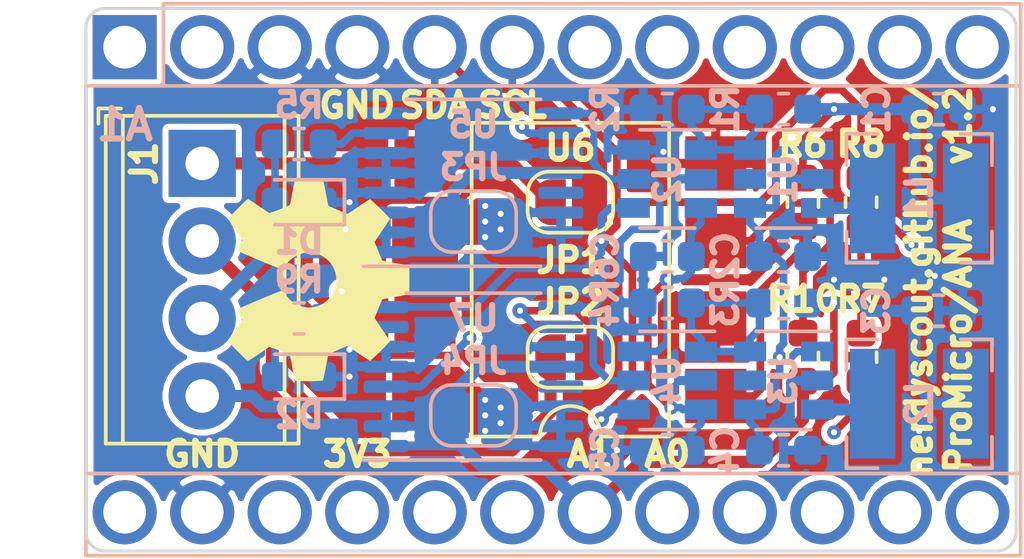
<source format=kicad_pcb>
(kicad_pcb (version 20171130) (host pcbnew 5.1.5)
  (title_block (title ANA) (date 2021-02-21) (rev v1.2) (company nerdyscout))
  (layers (0 F.Cu mixed) (1 In1.Cu signal) (2 In2.Cu signal) (31 B.Cu mixed) (34 B.Paste user) (35 F.Paste user) (36 B.SilkS user hide) (37 F.SilkS user hide) (38 B.Mask user) (39 F.Mask user) (44 Edge.Cuts user))
  (net 0 "")
  (net 1 GND)
  (net 2 "Net-(J1-Pad1)")
  (net 3 A1)
  (net 4 A0)
  (net 5 "Net-(D1-Pad2)")
  (net 6 "Net-(D2-Pad2)")
  (net 7 "Net-(L1-Pad2)")
  (net 8 "Net-(L2-Pad2)")
  (net 9 "Net-(JP3-Pad2)")
  (net 10 "Net-(JP4-Pad2)")
  (net 11 "Net-(R1-Pad1)")
  (net 12 "Net-(R3-Pad1)")
  (net 13 SDA)
  (net 14 SCL)
  (net 15 "Net-(C2-Pad1)")
  (net 16 "Net-(R5-Pad2)")
  (net 17 "Net-(R6-Pad1)")
  (net 18 "Net-(R9-Pad2)")
  (net 19 "Net-(R10-Pad1)")
  (net 20 VCC)
  (net 21 "Net-(A1-Pad1)")
  (net 22 "Net-(A1-Pad2)")
  (net 23 "Net-(A1-Pad13)")
  (net 24 "Net-(A1-Pad14)")
  (net 25 "Net-(A1-Pad15)")
  (net 26 "Net-(A1-Pad16)")
  (net 27 "Net-(A1-Pad7)")
  (net 28 "Net-(A1-Pad8)")
  (net 29 "Net-(A1-Pad9)")
  (net 30 "Net-(A1-Pad19)")
  (net 31 "Net-(A1-Pad10)")
  (net 32 "Net-(A1-Pad20)")
  (net 33 "Net-(A1-Pad11)")
  (net 34 "Net-(A1-Pad12)")
  (net 35 "Net-(A1-Pad22)")
  (net 36 "Net-(A1-Pad24)")
  (net 37 "Net-(U1-Pad5)")
  (net 38 "Net-(U3-Pad5)")
  (net 39 "Net-(U5-Pad13)")
  (net 40 "Net-(U7-Pad13)")
  (module Resistor_SMD:R_0603_1608Metric (layer F.Cu) (at 106.68 81.28 270)
    (fp_text reference R8 (at -1.905 0) (layer F.SilkS) (effects (font (size 0.8 0.8) (thickness 0.2))))
    (fp_text value 4k7)
    (pad 2 smd roundrect (at 0.7875 0 270) (size 0.875 0.95) (layers F.Cu F.Paste F.Mask) (net 20 VCC))
    (pad 1 smd roundrect (at -0.7875 0 270) (size 0.875 0.95) (layers F.Cu F.Paste F.Mask) (net 13 SDA))
  )
  (module Resistor_SMD:R_0603_1608Metric (layer F.Cu) (at 106.68 86.36 90)
    (fp_text reference R7 (at 1.905 0) (layer F.SilkS) (effects (font (size 0.8 0.8) (thickness 0.2))))
    (fp_text value 4k7)
    (pad 2 smd roundrect (at 0.7875 0 90) (size 0.875 0.95) (layers F.Cu F.Paste F.Mask) (net 20 VCC))
    (pad 1 smd roundrect (at -0.7875 0 90) (size 0.875 0.95) (layers F.Cu F.Paste F.Mask) (net 14 SCL))
  )
  (module Jumper:SolderJumper-2_P1.3mm_Open_RoundedPad1.0x1.5mm (layer B.Cu) (at 93.98 88.265)
    (fp_text reference JP4 (at 0 -1.778) (layer B.SilkS) (effects (font (size 0.8 0.8) (thickness 0.2)) (justify mirror)))
    (fp_text value SolderJumper_2_Open)
    (pad 2 smd custom (at 0.65 0) (size 1 0.5) (layers B.Cu B.Mask) (net 10 "Net-(JP4-Pad2)") (options (clearance outline) (anchor rect)) (primitives (gr_circle (center 0 -0.25) (end 0.5 -0.25) (width 0)) (gr_circle (center 0 0.25) (end 0.5 0.25) (width 0)) (gr_poly (pts (xy 0 0.75) (xy -0.5 0.75) (xy -0.5 -0.75) (xy 0 -0.75)) (width 0))))
    (pad 1 smd custom (at -0.65 0) (size 1 0.5) (layers B.Cu B.Mask) (net 3 A1) (options (clearance outline) (anchor rect)) (primitives (gr_circle (center 0 -0.25) (end 0.5 -0.25) (width 0)) (gr_circle (center 0 0.25) (end 0.5 0.25) (width 0)) (gr_poly (pts (xy 0 0.75) (xy 0.5 0.75) (xy 0.5 -0.75) (xy 0 -0.75)) (width 0))))
  )
  (module Jumper:SolderJumper-2_P1.3mm_Open_RoundedPad1.0x1.5mm (layer B.Cu) (at 93.98 81.915)
    (fp_text reference JP3 (at 0 -1.778) (layer B.SilkS) (effects (font (size 0.8 0.8) (thickness 0.2)) (justify mirror)))
    (fp_text value SolderJumper_2_Open)
    (pad 2 smd custom (at 0.65 0) (size 1 0.5) (layers B.Cu B.Mask) (net 9 "Net-(JP3-Pad2)") (options (clearance outline) (anchor rect)) (primitives (gr_circle (center 0 -0.25) (end 0.5 -0.25) (width 0)) (gr_circle (center 0 0.25) (end 0.5 0.25) (width 0)) (gr_poly (pts (xy 0 0.75) (xy -0.5 0.75) (xy -0.5 -0.75) (xy 0 -0.75)) (width 0))))
    (pad 1 smd custom (at -0.65 0) (size 1 0.5) (layers B.Cu B.Mask) (net 4 A0) (options (clearance outline) (anchor rect)) (primitives (gr_circle (center 0 -0.25) (end 0.5 -0.25) (width 0)) (gr_circle (center 0 0.25) (end 0.5 0.25) (width 0)) (gr_poly (pts (xy 0 0.75) (xy 0.5 0.75) (xy 0.5 -0.75) (xy 0 -0.75)) (width 0))))
  )
  (module Jumper:SolderJumper-2_P1.3mm_Open_RoundedPad1.0x1.5mm (layer F.Cu) (at 97.155 86.36)
    (fp_text reference JP2 (at 0 -1.8) (layer F.SilkS) (effects (font (size 0.8 0.8) (thickness 0.2))))
    (fp_text value SolderJumper_2_Open)
    (pad 2 smd custom (at 0.65 0) (size 1 0.5) (layers F.Cu F.Mask) (net 20 VCC) (options (clearance outline) (anchor rect)) (primitives (gr_circle (center 0 0.25) (end 0.5 0.25) (width 0)) (gr_circle (center 0 -0.25) (end 0.5 -0.25) (width 0)) (gr_poly (pts (xy 0 -0.75) (xy -0.5 -0.75) (xy -0.5 0.75) (xy 0 0.75)) (width 0))))
    (pad 1 smd custom (at -0.65 0) (size 1 0.5) (layers F.Cu F.Mask) (net 15 "Net-(C2-Pad1)") (options (clearance outline) (anchor rect)) (primitives (gr_circle (center 0 0.25) (end 0.5 0.25) (width 0)) (gr_circle (center 0 -0.25) (end 0.5 -0.25) (width 0)) (gr_poly (pts (xy 0 -0.75) (xy 0.5 -0.75) (xy 0.5 0.75) (xy 0 0.75)) (width 0))))
  )
  (module Jumper:SolderJumper-2_P1.3mm_Open_RoundedPad1.0x1.5mm (layer F.Cu) (at 97.155 81.28)
    (fp_text reference JP1 (at 0 1.905) (layer F.SilkS) (effects (font (size 0.8 0.8) (thickness 0.2))))
    (fp_text value SolderJumper_2_Open)
    (pad 2 smd custom (at 0.65 0) (size 1 0.5) (layers F.Cu F.Mask) (net 1 GND) (options (clearance outline) (anchor rect)) (primitives (gr_circle (center 0 0.25) (end 0.5 0.25) (width 0)) (gr_circle (center 0 -0.25) (end 0.5 -0.25) (width 0)) (gr_poly (pts (xy 0 -0.75) (xy -0.5 -0.75) (xy -0.5 0.75) (xy 0 0.75)) (width 0))))
    (pad 1 smd custom (at -0.65 0) (size 1 0.5) (layers F.Cu F.Mask) (net 2 "Net-(J1-Pad1)") (options (clearance outline) (anchor rect)) (primitives (gr_circle (center 0 0.25) (end 0.5 0.25) (width 0)) (gr_circle (center 0 -0.25) (end 0.5 -0.25) (width 0)) (gr_poly (pts (xy 0 -0.75) (xy 0.5 -0.75) (xy 0.5 0.75) (xy 0 0.75)) (width 0))))
  )
  (module Capacitor_SMD:C_0603_1608Metric (layer B.Cu) (at 100.33 89.408 180)
    (fp_text reference C5 (at 2.032 0 270) (layer B.SilkS) (effects (font (size 0.8 0.8) (thickness 0.2)) (justify mirror)))
    (fp_text value 100n)
    (pad 2 smd roundrect (at 0.7875 0 180) (size 0.875 0.95) (layers B.Cu B.Paste B.Mask) (net 1 GND))
    (pad 1 smd roundrect (at -0.7875 0 180) (size 0.875 0.95) (layers B.Cu B.Paste B.Mask) (net 20 VCC))
  )
  (module Symbol:OSHW-Symbol_6.7x6mm_SilkScreen (layer F.Cu) (at 88.9 83.82 270)
    (fp_text reference LOGO1 hide)
    (fp_text value Logo_Open_Hardware_Small hide)
  )
  (module Capacitor_SMD:C_0603_1608Metric (layer B.Cu) (at 100.33 83.058 180)
    (fp_text reference C6 (at 2.032 0 270) (layer B.SilkS) (effects (font (size 0.8 0.8) (thickness 0.2)) (justify mirror)))
    (fp_text value 100n)
    (pad 2 smd roundrect (at 0.7875 0 180) (size 0.875 0.95) (layers B.Cu B.Paste B.Mask) (net 1 GND))
    (pad 1 smd roundrect (at -0.7875 0 180) (size 0.875 0.95) (layers B.Cu B.Paste B.Mask) (net 20 VCC))
  )
  (module Module:Sparkfun_Pro_Micro (layer B.Cu) (at 82.55 76.2 270)
    (fp_text reference A1 (at 2.54 0) (layer B.SilkS) (effects (font (thickness 0.2)) (justify mirror)))
    (fp_text value Sparkfun_Pro_Micro)
    (pad 1 thru_hole rect (at 0 0 270) (size 2.1 2.1) (drill 1.4) (layers *.Cu *.Mask) (net 21 "Net-(A1-Pad1)"))
    (pad 2 thru_hole circle (at 0 -2.54 270) (size 2.1 2.1) (drill 1.4) (layers *.Cu *.Mask) (net 22 "Net-(A1-Pad2)"))
    (pad 3 thru_hole circle (at 0 -5.08 270) (size 2.1 2.1) (drill 1.4) (layers *.Cu *.Mask) (net 1 GND))
    (pad 13 thru_hole circle (at 15.24 -27.94 270) (size 2.1 2.1) (drill 1.4) (layers *.Cu *.Mask) (net 23 "Net-(A1-Pad13)"))
    (pad 4 thru_hole circle (at 0 -7.62 270) (size 2.1 2.1) (drill 1.4) (layers *.Cu *.Mask) (net 1 GND))
    (pad 14 thru_hole circle (at 15.24 -25.4 270) (size 2.1 2.1) (drill 1.4) (layers *.Cu *.Mask) (net 24 "Net-(A1-Pad14)"))
    (pad 5 thru_hole circle (at 0 -10.16 270) (size 2.1 2.1) (drill 1.4) (layers *.Cu *.Mask) (net 13 SDA))
    (pad 15 thru_hole circle (at 15.24 -22.86 270) (size 2.1 2.1) (drill 1.4) (layers *.Cu *.Mask) (net 25 "Net-(A1-Pad15)"))
    (pad 6 thru_hole circle (at 0 -12.7 270) (size 2.1 2.1) (drill 1.4) (layers *.Cu *.Mask) (net 14 SCL))
    (pad 16 thru_hole circle (at 15.24 -20.32 270) (size 2.1 2.1) (drill 1.4) (layers *.Cu *.Mask) (net 26 "Net-(A1-Pad16)"))
    (pad 7 thru_hole circle (at 0 -15.24 270) (size 2.1 2.1) (drill 1.4) (layers *.Cu *.Mask) (net 27 "Net-(A1-Pad7)"))
    (pad 17 thru_hole circle (at 15.24 -17.78 270) (size 2.1 2.1) (drill 1.4) (layers *.Cu *.Mask) (net 4 A0))
    (pad 8 thru_hole circle (at 0 -17.78 270) (size 2.1 2.1) (drill 1.4) (layers *.Cu *.Mask) (net 28 "Net-(A1-Pad8)"))
    (pad 18 thru_hole circle (at 15.24 -15.24 270) (size 2.1 2.1) (drill 1.4) (layers *.Cu *.Mask) (net 3 A1))
    (pad 9 thru_hole circle (at 0 -20.32 270) (size 2.1 2.1) (drill 1.4) (layers *.Cu *.Mask) (net 29 "Net-(A1-Pad9)"))
    (pad 19 thru_hole circle (at 15.24 -12.7 270) (size 2.1 2.1) (drill 1.4) (layers *.Cu *.Mask) (net 30 "Net-(A1-Pad19)"))
    (pad 10 thru_hole circle (at 0 -22.86 270) (size 2.1 2.1) (drill 1.4) (layers *.Cu *.Mask) (net 31 "Net-(A1-Pad10)"))
    (pad 20 thru_hole circle (at 15.24 -10.16 270) (size 2.1 2.1) (drill 1.4) (layers *.Cu *.Mask) (net 32 "Net-(A1-Pad20)"))
    (pad 11 thru_hole circle (at 0 -25.4 270) (size 2.1 2.1) (drill 1.4) (layers *.Cu *.Mask) (net 33 "Net-(A1-Pad11)"))
    (pad 21 thru_hole circle (at 15.24 -7.62 270) (size 2.1 2.1) (drill 1.4) (layers *.Cu *.Mask) (net 20 VCC))
    (pad 12 thru_hole circle (at 0 -27.94 270) (size 2.1 2.1) (drill 1.4) (layers *.Cu *.Mask) (net 34 "Net-(A1-Pad12)"))
    (pad 22 thru_hole circle (at 15.24 -5.08 270) (size 2.1 2.1) (drill 1.4) (layers *.Cu *.Mask) (net 35 "Net-(A1-Pad22)"))
    (pad 23 thru_hole circle (at 15.24 -2.54 270) (size 2.1 2.1) (drill 1.4) (layers *.Cu *.Mask) (net 1 GND))
    (pad 24 thru_hole circle (at 15.24 0 270) (size 2.1 2.1) (drill 1.4) (layers *.Cu *.Mask) (net 36 "Net-(A1-Pad24)"))
  )
  (module Inductor_SMD:L_Bourns-SRN4018 (layer B.Cu) (at 108.585 87.884 180)
    (fp_text reference L2 (at 0 0 90) (layer B.SilkS) (effects (font (size 0.8 0.8) (thickness 0.2)) (justify mirror)))
    (fp_text value 2.2µ)
    (pad 2 smd rect (at 1.525 0 180) (size 1.5 3.6) (layers B.Cu B.Paste B.Mask) (net 8 "Net-(L2-Pad2)"))
    (pad 1 smd rect (at -1.525 0 180) (size 1.5 3.6) (layers B.Cu B.Paste B.Mask) (net 3 A1))
  )
  (module Inductor_SMD:L_Bourns-SRN4018 (layer B.Cu) (at 108.585 81.153 180)
    (fp_text reference L1 (at 0 0 270) (layer B.SilkS) (effects (font (size 0.8 0.8) (thickness 0.2)) (justify mirror)))
    (fp_text value 2.2µ)
    (pad 2 smd rect (at 1.525 0 180) (size 1.5 3.6) (layers B.Cu B.Paste B.Mask) (net 7 "Net-(L1-Pad2)"))
    (pad 1 smd rect (at -1.525 0 180) (size 1.5 3.6) (layers B.Cu B.Paste B.Mask) (net 4 A0))
  )
  (module Capacitor_SMD:C_0603_1608Metric (layer B.Cu) (at 104.14 89.408)
    (fp_text reference C4 (at -1.905 0 90) (layer B.SilkS) (effects (font (size 0.8 0.8) (thickness 0.2)) (justify mirror)))
    (fp_text value 4.7µ)
    (pad 2 smd roundrect (at 0.7875 0) (size 0.875 0.95) (layers B.Cu B.Paste B.Mask) (net 1 GND))
    (pad 1 smd roundrect (at -0.7875 0) (size 0.875 0.95) (layers B.Cu B.Paste B.Mask) (net 15 "Net-(C2-Pad1)"))
  )
  (module Capacitor_SMD:C_0603_1608Metric (layer B.Cu) (at 104.14 83.058)
    (fp_text reference C2 (at -1.905 0 270) (layer B.SilkS) (effects (font (size 0.8 0.8) (thickness 0.2)) (justify mirror)))
    (fp_text value 4.7µ)
    (pad 2 smd roundrect (at 0.7875 0) (size 0.875 0.95) (layers B.Cu B.Paste B.Mask) (net 1 GND))
    (pad 1 smd roundrect (at -0.7875 0) (size 0.875 0.95) (layers B.Cu B.Paste B.Mask) (net 15 "Net-(C2-Pad1)"))
  )
  (module Capacitor_SMD:C_0603_1608Metric (layer B.Cu) (at 109.22 84.836)
    (fp_text reference C3 (at -2.032 0 270) (layer B.SilkS) (effects (font (size 0.8 0.8) (thickness 0.2)) (justify mirror)))
    (fp_text value 10µ)
    (pad 2 smd roundrect (at 0.7875 0) (size 0.875 0.95) (layers B.Cu B.Paste B.Mask) (net 1 GND))
    (pad 1 smd roundrect (at -0.7875 0) (size 0.875 0.95) (layers B.Cu B.Paste B.Mask) (net 3 A1))
  )
  (module Capacitor_SMD:C_0603_1608Metric (layer B.Cu) (at 109.22 78.232)
    (fp_text reference C1 (at -2.032 0 270) (layer B.SilkS) (effects (font (size 0.8 0.8) (thickness 0.2)) (justify mirror)))
    (fp_text value 10µ)
    (pad 2 smd roundrect (at 0.7875 0) (size 0.875 0.95) (layers B.Cu B.Paste B.Mask) (net 1 GND))
    (pad 1 smd roundrect (at -0.7875 0) (size 0.875 0.95) (layers B.Cu B.Paste B.Mask) (net 4 A0))
  )
  (module Package_TO_SOT_SMD:SOT-23-6 (layer B.Cu) (at 100.33 87.122 180)
    (fp_text reference U4 (at 0 0 270) (layer B.SilkS) (effects (font (size 0.8 0.8) (thickness 0.2)) (justify mirror)))
    (fp_text value MCP4725xxx-xCH hide)
    (pad 5 smd rect (at 1.1 0 180) (size 1.06 0.65) (layers B.Cu B.Paste B.Mask) (net 14 SCL))
    (pad 6 smd rect (at 1.1 0.95 180) (size 1.06 0.65) (layers B.Cu B.Paste B.Mask) (net 20 VCC))
    (pad 4 smd rect (at 1.1 -0.95 180) (size 1.06 0.65) (layers B.Cu B.Paste B.Mask) (net 13 SDA))
    (pad 3 smd rect (at -1.1 -0.95 180) (size 1.06 0.65) (layers B.Cu B.Paste B.Mask) (net 20 VCC))
    (pad 2 smd rect (at -1.1 0 180) (size 1.06 0.65) (layers B.Cu B.Paste B.Mask) (net 1 GND))
    (pad 1 smd rect (at -1.1 0.95 180) (size 1.06 0.65) (layers B.Cu B.Paste B.Mask) (net 12 "Net-(R3-Pad1)"))
  )
  (module Package_TO_SOT_SMD:SOT-23-6 (layer B.Cu) (at 100.33 80.518 180)
    (fp_text reference U2 (at 0 0 270) (layer B.SilkS) (effects (font (size 0.8 0.8) (thickness 0.2)) (justify mirror)))
    (fp_text value MCP4725xxx-xCH hide)
    (pad 5 smd rect (at 1.1 0 180) (size 1.06 0.65) (layers B.Cu B.Paste B.Mask) (net 14 SCL))
    (pad 6 smd rect (at 1.1 0.95 180) (size 1.06 0.65) (layers B.Cu B.Paste B.Mask) (net 1 GND))
    (pad 4 smd rect (at 1.1 -0.95 180) (size 1.06 0.65) (layers B.Cu B.Paste B.Mask) (net 13 SDA))
    (pad 3 smd rect (at -1.1 -0.95 180) (size 1.06 0.65) (layers B.Cu B.Paste B.Mask) (net 20 VCC))
    (pad 2 smd rect (at -1.1 0 180) (size 1.06 0.65) (layers B.Cu B.Paste B.Mask) (net 1 GND))
    (pad 1 smd rect (at -1.1 0.95 180) (size 1.06 0.65) (layers B.Cu B.Paste B.Mask) (net 11 "Net-(R1-Pad1)"))
  )
  (module Package_TO_SOT_SMD:SOT-23-6 (layer B.Cu) (at 104.14 87.122 180)
    (fp_text reference U3 (at 0 0 270) (layer B.SilkS) (effects (font (size 0.8 0.8) (thickness 0.2)) (justify mirror)))
    (fp_text value TLV62569DDC hide)
    (pad 5 smd rect (at 1.1 0 180) (size 1.06 0.65) (layers B.Cu B.Paste B.Mask) (net 38 "Net-(U3-Pad5)"))
    (pad 6 smd rect (at 1.1 0.95 180) (size 1.06 0.65) (layers B.Cu B.Paste B.Mask) (net 12 "Net-(R3-Pad1)"))
    (pad 4 smd rect (at 1.1 -0.95 180) (size 1.06 0.65) (layers B.Cu B.Paste B.Mask) (net 15 "Net-(C2-Pad1)"))
    (pad 3 smd rect (at -1.1 -0.95 180) (size 1.06 0.65) (layers B.Cu B.Paste B.Mask) (net 8 "Net-(L2-Pad2)"))
    (pad 2 smd rect (at -1.1 0 180) (size 1.06 0.65) (layers B.Cu B.Paste B.Mask) (net 1 GND))
    (pad 1 smd rect (at -1.1 0.95 180) (size 1.06 0.65) (layers B.Cu B.Paste B.Mask) (net 15 "Net-(C2-Pad1)"))
  )
  (module Package_TO_SOT_SMD:SOT-23-6 (layer B.Cu) (at 104.14 80.518 180)
    (fp_text reference U1 (at 0 0 270) (layer B.SilkS) (effects (font (size 0.8 0.8) (thickness 0.2)) (justify mirror)))
    (fp_text value TLV62569DDC hide)
    (pad 5 smd rect (at 1.1 0 180) (size 1.06 0.65) (layers B.Cu B.Paste B.Mask) (net 37 "Net-(U1-Pad5)"))
    (pad 6 smd rect (at 1.1 0.95 180) (size 1.06 0.65) (layers B.Cu B.Paste B.Mask) (net 11 "Net-(R1-Pad1)"))
    (pad 4 smd rect (at 1.1 -0.95 180) (size 1.06 0.65) (layers B.Cu B.Paste B.Mask) (net 15 "Net-(C2-Pad1)"))
    (pad 3 smd rect (at -1.1 -0.95 180) (size 1.06 0.65) (layers B.Cu B.Paste B.Mask) (net 7 "Net-(L1-Pad2)"))
    (pad 2 smd rect (at -1.1 0 180) (size 1.06 0.65) (layers B.Cu B.Paste B.Mask) (net 1 GND))
    (pad 1 smd rect (at -1.1 0.95 180) (size 1.06 0.65) (layers B.Cu B.Paste B.Mask) (net 15 "Net-(C2-Pad1)"))
  )
  (module Resistor_SMD:R_0603_1608Metric (layer B.Cu) (at 100.33 84.582)
    (fp_text reference R4 (at -2.032 0 90) (layer B.SilkS) (effects (font (size 0.8 0.8) (thickness 0.2)) (justify mirror)))
    (fp_text value 47k)
    (pad 2 smd roundrect (at 0.7875 0) (size 0.875 0.95) (layers B.Cu B.Paste B.Mask) (net 12 "Net-(R3-Pad1)"))
    (pad 1 smd roundrect (at -0.7875 0) (size 0.875 0.95) (layers B.Cu B.Paste B.Mask) (net 1 GND))
  )
  (module Resistor_SMD:R_0603_1608Metric (layer B.Cu) (at 104.14 84.582)
    (fp_text reference R3 (at -1.905 0 270) (layer B.SilkS) (effects (font (size 0.8 0.8) (thickness 0.2)) (justify mirror)))
    (fp_text value 200k)
    (pad 2 smd roundrect (at 0.7875 0) (size 0.875 0.95) (layers B.Cu B.Paste B.Mask) (net 3 A1))
    (pad 1 smd roundrect (at -0.7875 0) (size 0.875 0.95) (layers B.Cu B.Paste B.Mask) (net 12 "Net-(R3-Pad1)"))
  )
  (module Resistor_SMD:R_0603_1608Metric (layer B.Cu) (at 100.33 78.232)
    (fp_text reference R2 (at -2.032 0 270) (layer B.SilkS) (effects (font (size 0.8 0.8) (thickness 0.2)) (justify mirror)))
    (fp_text value 47k)
    (pad 2 smd roundrect (at 0.7875 0) (size 0.875 0.95) (layers B.Cu B.Paste B.Mask) (net 11 "Net-(R1-Pad1)"))
    (pad 1 smd roundrect (at -0.7875 0) (size 0.875 0.95) (layers B.Cu B.Paste B.Mask) (net 1 GND))
  )
  (module Resistor_SMD:R_0603_1608Metric (layer B.Cu) (at 104.14 78.232)
    (fp_text reference R1 (at -1.905 0 270) (layer B.SilkS) (effects (font (size 0.8 0.8) (thickness 0.2)) (justify mirror)))
    (fp_text value 200k)
    (pad 2 smd roundrect (at 0.7875 0) (size 0.875 0.95) (layers B.Cu B.Paste B.Mask) (net 4 A0))
    (pad 1 smd roundrect (at -0.7875 0) (size 0.875 0.95) (layers B.Cu B.Paste B.Mask) (net 11 "Net-(R1-Pad1)"))
  )
  (module LED_SMD:LED_0603_1608Metric (layer B.Cu) (at 88.265 86.995 180)
    (fp_text reference D2 (at 0 -1.27 180) (layer B.SilkS) (effects (font (size 0.8 0.8) (thickness 0.2)) (justify mirror)))
    (fp_text value LED)
    (pad 2 smd roundrect (at 0.7875 0 180) (size 0.875 0.95) (layers B.Cu B.Paste B.Mask) (net 6 "Net-(D2-Pad2)"))
    (pad 1 smd roundrect (at -0.7875 0 180) (size 0.875 0.95) (layers B.Cu B.Paste B.Mask) (net 1 GND))
  )
  (module LED_SMD:LED_0603_1608Metric (layer B.Cu) (at 88.265 81.28 180)
    (fp_text reference D1 (at 0 -1.27 180) (layer B.SilkS) (effects (font (size 0.8 0.8) (thickness 0.2)) (justify mirror)))
    (fp_text value LED)
    (pad 2 smd roundrect (at 0.7875 0 180) (size 0.875 0.95) (layers B.Cu B.Paste B.Mask) (net 5 "Net-(D1-Pad2)"))
    (pad 1 smd roundrect (at -0.7875 0 180) (size 0.875 0.95) (layers B.Cu B.Paste B.Mask) (net 1 GND))
  )
  (module Resistor_SMD:R_0603_1608Metric (layer B.Cu) (at 88.265 85.09)
    (fp_text reference R9 (at 0 -1.27 180) (layer B.SilkS) (effects (font (size 0.8 0.8) (thickness 0.2)) (justify mirror)))
    (fp_text value 220)
    (pad 2 smd roundrect (at 0.7875 0) (size 0.875 0.95) (layers B.Cu B.Paste B.Mask) (net 18 "Net-(R9-Pad2)"))
    (pad 1 smd roundrect (at -0.7875 0) (size 0.875 0.95) (layers B.Cu B.Paste B.Mask) (net 6 "Net-(D2-Pad2)"))
  )
  (module Resistor_SMD:R_0603_1608Metric (layer B.Cu) (at 88.265 79.375)
    (fp_text reference R5 (at 0 -1.27 180) (layer B.SilkS) (effects (font (size 0.8 0.8) (thickness 0.2)) (justify mirror)))
    (fp_text value 220)
    (pad 2 smd roundrect (at 0.7875 0) (size 0.875 0.95) (layers B.Cu B.Paste B.Mask) (net 16 "Net-(R5-Pad2)"))
    (pad 1 smd roundrect (at -0.7875 0) (size 0.875 0.95) (layers B.Cu B.Paste B.Mask) (net 5 "Net-(D1-Pad2)"))
  )
  (module Resistor_SMD:R_0603_1608Metric (layer F.Cu) (at 104.775 86.36 270)
    (fp_text reference R10 (at -1.905 0) (layer F.SilkS) (effects (font (size 0.8 0.8) (thickness 0.2))))
    (fp_text value 220)
    (pad 2 smd roundrect (at 0.7875 0 270) (size 0.875 0.95) (layers F.Cu F.Paste F.Mask) (net 3 A1))
    (pad 1 smd roundrect (at -0.7875 0 270) (size 0.875 0.95) (layers F.Cu F.Paste F.Mask) (net 19 "Net-(R10-Pad1)"))
  )
  (module Resistor_SMD:R_0603_1608Metric (layer F.Cu) (at 104.775 81.28 90)
    (fp_text reference R6 (at 1.905 0) (layer F.SilkS) (effects (font (size 0.8 0.8) (thickness 0.2))))
    (fp_text value 220)
    (pad 2 smd roundrect (at 0.7875 0 90) (size 0.875 0.95) (layers F.Cu F.Paste F.Mask) (net 4 A0))
    (pad 1 smd roundrect (at -0.7875 0 90) (size 0.875 0.95) (layers F.Cu F.Paste F.Mask) (net 17 "Net-(R6-Pad1)"))
  )
  (module TerminalBlock_Phoenix:TerminalBlock_Phoenix_MPT-0,5-4-2.54_1x04_P2.54mm_Horizontal (layer F.Cu) (at 85.09 80.01 270)
    (fp_text reference J1 (at 0 1.905 90) (layer F.SilkS) (effects (font (size 0.8 0.8) (thickness 0.2))))
    (fp_text value Conn_01x04 hide)
    (pad 4 thru_hole circle (at 7.62 0 270) (size 2.2 2.2) (drill 1.1) (layers *.Cu *.Mask) (net 3 A1))
    (pad 3 thru_hole circle (at 5.08 0 270) (size 2.2 2.2) (drill 1.1) (layers *.Cu *.Mask) (net 4 A0))
    (pad 2 thru_hole circle (at 2.54 0 270) (size 2.2 2.2) (drill 1.1) (layers *.Cu *.Mask) (net 15 "Net-(C2-Pad1)"))
    (pad 1 thru_hole rect (at 0 0 270) (size 2.2 2.2) (drill 1.1) (layers *.Cu *.Mask) (net 2 "Net-(J1-Pad1)"))
  )
  (module Package_SO:TSSOP-16_4.4x5mm_P0.65mm (layer B.Cu) (at 93.98 86.995)
    (fp_text reference U7 (at 0 -1.905 180) (layer B.SilkS) (effects (font (size 0.8 0.8) (thickness 0.2)) (justify mirror)))
    (fp_text value INA260)
    (pad 16 smd roundrect (at 2.8625 2.275) (size 1.475 0.4) (layers B.Cu B.Paste B.Mask) (net 10 "Net-(JP4-Pad2)"))
    (pad 15 smd roundrect (at 2.8625 1.625) (size 1.475 0.4) (layers B.Cu B.Paste B.Mask) (net 10 "Net-(JP4-Pad2)"))
    (pad 14 smd roundrect (at 2.8625 0.975) (size 1.475 0.4) (layers B.Cu B.Paste B.Mask) (net 10 "Net-(JP4-Pad2)"))
    (pad 13 smd roundrect (at 2.8625 0.325) (size 1.475 0.4) (layers B.Cu B.Paste B.Mask) (net 40 "Net-(U7-Pad13)"))
    (pad 12 smd roundrect (at 2.8625 -0.325) (size 1.475 0.4) (layers B.Cu B.Paste B.Mask) (net 3 A1))
    (pad 11 smd roundrect (at 2.8625 -0.975) (size 1.475 0.4) (layers B.Cu B.Paste B.Mask) (net 1 GND))
    (pad 10 smd roundrect (at 2.8625 -1.625) (size 1.475 0.4) (layers B.Cu B.Paste B.Mask) (net 20 VCC))
    (pad 9 smd roundrect (at 2.8625 -2.275) (size 1.475 0.4) (layers B.Cu B.Paste B.Mask) (net 14 SCL))
    (pad 8 smd roundrect (at -2.8625 -2.275) (size 1.475 0.4) (layers B.Cu B.Paste B.Mask) (net 13 SDA))
    (pad 7 smd roundrect (at -2.8625 -1.625) (size 1.475 0.4) (layers B.Cu B.Paste B.Mask) (net 18 "Net-(R9-Pad2)"))
    (pad 6 smd roundrect (at -2.8625 -0.975) (size 1.475 0.4) (layers B.Cu B.Paste B.Mask) (net 1 GND))
    (pad 5 smd roundrect (at -2.8625 -0.325) (size 1.475 0.4) (layers B.Cu B.Paste B.Mask) (net 1 GND))
    (pad 4 smd roundrect (at -2.8625 0.325) (size 1.475 0.4) (layers B.Cu B.Paste B.Mask) (net 20 VCC))
    (pad 3 smd roundrect (at -2.8625 0.975) (size 1.475 0.4) (layers B.Cu B.Paste B.Mask) (net 3 A1))
    (pad 2 smd roundrect (at -2.8625 1.625) (size 1.475 0.4) (layers B.Cu B.Paste B.Mask) (net 3 A1))
    (pad 1 smd roundrect (at -2.8625 2.275) (size 1.475 0.4) (layers B.Cu B.Paste B.Mask) (net 3 A1))
  )
  (module Package_SO:TSSOP-16_4.4x5mm_P0.65mm (layer B.Cu) (at 93.98 80.645)
    (fp_text reference U5 (at 0 -1.905 180) (layer B.SilkS) (effects (font (size 0.8 0.8) (thickness 0.2)) (justify mirror)))
    (fp_text value INA260)
    (pad 16 smd roundrect (at 2.8625 2.275) (size 1.475 0.4) (layers B.Cu B.Paste B.Mask) (net 9 "Net-(JP3-Pad2)"))
    (pad 15 smd roundrect (at 2.8625 1.625) (size 1.475 0.4) (layers B.Cu B.Paste B.Mask) (net 9 "Net-(JP3-Pad2)"))
    (pad 14 smd roundrect (at 2.8625 0.975) (size 1.475 0.4) (layers B.Cu B.Paste B.Mask) (net 9 "Net-(JP3-Pad2)"))
    (pad 13 smd roundrect (at 2.8625 0.325) (size 1.475 0.4) (layers B.Cu B.Paste B.Mask) (net 39 "Net-(U5-Pad13)"))
    (pad 12 smd roundrect (at 2.8625 -0.325) (size 1.475 0.4) (layers B.Cu B.Paste B.Mask) (net 4 A0))
    (pad 11 smd roundrect (at 2.8625 -0.975) (size 1.475 0.4) (layers B.Cu B.Paste B.Mask) (net 1 GND))
    (pad 10 smd roundrect (at 2.8625 -1.625) (size 1.475 0.4) (layers B.Cu B.Paste B.Mask) (net 20 VCC))
    (pad 9 smd roundrect (at 2.8625 -2.275) (size 1.475 0.4) (layers B.Cu B.Paste B.Mask) (net 14 SCL))
    (pad 8 smd roundrect (at -2.8625 -2.275) (size 1.475 0.4) (layers B.Cu B.Paste B.Mask) (net 13 SDA))
    (pad 7 smd roundrect (at -2.8625 -1.625) (size 1.475 0.4) (layers B.Cu B.Paste B.Mask) (net 16 "Net-(R5-Pad2)"))
    (pad 6 smd roundrect (at -2.8625 -0.975) (size 1.475 0.4) (layers B.Cu B.Paste B.Mask) (net 1 GND))
    (pad 5 smd roundrect (at -2.8625 -0.325) (size 1.475 0.4) (layers B.Cu B.Paste B.Mask) (net 1 GND))
    (pad 4 smd roundrect (at -2.8625 0.325) (size 1.475 0.4) (layers B.Cu B.Paste B.Mask) (net 1 GND))
    (pad 3 smd roundrect (at -2.8625 0.975) (size 1.475 0.4) (layers B.Cu B.Paste B.Mask) (net 4 A0))
    (pad 2 smd roundrect (at -2.8625 1.625) (size 1.475 0.4) (layers B.Cu B.Paste B.Mask) (net 4 A0))
    (pad 1 smd roundrect (at -2.8625 2.275) (size 1.475 0.4) (layers B.Cu B.Paste B.Mask) (net 4 A0))
  )
  (module Package_DIP:SMDIP-8_W9.53mm (layer F.Cu) (at 97.155 83.82 180)
    (fp_text reference U6 (at 0 4.318) (layer F.SilkS) (effects (font (size 0.8 0.8) (thickness 0.2))))
    (fp_text value LTV-827S)
    (pad 8 smd rect (at 4.765 -3.81 180) (size 2 1.78) (layers F.Cu F.Paste F.Mask) (net 10 "Net-(JP4-Pad2)"))
    (pad 4 smd rect (at -4.765 3.81 180) (size 2 1.78) (layers F.Cu F.Paste F.Mask) (net 1 GND))
    (pad 7 smd rect (at 4.765 -1.27 180) (size 2 1.78) (layers F.Cu F.Paste F.Mask) (net 2 "Net-(J1-Pad1)"))
    (pad 3 smd rect (at -4.765 1.27 180) (size 2 1.78) (layers F.Cu F.Paste F.Mask) (net 19 "Net-(R10-Pad1)"))
    (pad 6 smd rect (at 4.765 1.27 180) (size 2 1.78) (layers F.Cu F.Paste F.Mask) (net 9 "Net-(JP3-Pad2)"))
    (pad 2 smd rect (at -4.765 -1.27 180) (size 2 1.78) (layers F.Cu F.Paste F.Mask) (net 1 GND))
    (pad 5 smd rect (at 4.765 3.81 180) (size 2 1.78) (layers F.Cu F.Paste F.Mask) (net 2 "Net-(J1-Pad1)"))
    (pad 1 smd rect (at -4.765 -3.81 180) (size 2 1.78) (layers F.Cu F.Paste F.Mask) (net 17 "Net-(R6-Pad1)"))
  )
  (gr_text GND (at 85.09 89.535) (layer F.SilkS) (effects (font (size 0.8 0.8) (thickness 0.2))))
  (gr_text GND (at 90.17 78.105) (layer F.SilkS) (effects (font (size 0.8 0.8) (thickness 0.2))))
  (gr_text 3V3 (at 90.17 89.535) (layer F.SilkS) (effects (font (size 0.8 0.8) (thickness 0.2))))
  (gr_text A1 (at 97.79 89.535) (layer F.SilkS) (effects (font (size 0.8 0.8) (thickness 0.2))))
  (gr_text A0 (at 100.33 89.535) (layer F.SilkS) (effects (font (size 0.8 0.8) (thickness 0.2))))
  (gr_text SDA (at 92.71 78.105) (layer F.SilkS) (effects (font (size 0.8 0.8) (thickness 0.2))))
  (gr_text SCL (at 95.25 78.105) (layer F.SilkS) (effects (font (size 0.8 0.8) (thickness 0.2))))
  (gr_text "nerdyscout.github.io/\nProMicro/ANA   v1.2" (at 109.22 83.82 90) (layer F.SilkS) (effects (font (size 0.8 0.8) (thickness 0.2))))
  (gr_arc (start 81.915 75.565) (end 81.915 74.93) (angle -90) (layer Edge.Cuts) (width 0.1))
  (gr_arc (start 81.915 92.075) (end 81.28 92.075) (angle -90) (layer Edge.Cuts) (width 0.1))
  (gr_arc (start 111.125 92.075) (end 111.125 92.71) (angle -90) (layer Edge.Cuts) (width 0.1))
  (gr_arc (start 111.125 75.565) (end 111.76 75.565) (angle -90) (layer Edge.Cuts) (width 0.1))
  (gr_line (start 81.915 74.93) (end 111.125 74.93) (layer Edge.Cuts) (width 0.1))
  (gr_line (start 81.28 92.075) (end 81.28 75.565) (layer Edge.Cuts) (width 0.1))
  (gr_line (start 111.125 92.71) (end 81.915 92.71) (layer Edge.Cuts) (width 0.1))
  (gr_line (start 111.76 75.565) (end 111.76 92.075) (layer Edge.Cuts) (width 0.1))
  (via (at 89.916 86.995) (size 0.5) (drill 0.2) (layers F.Cu B.Cu) (net 1))
  (via (at 89.916 81.28) (size 0.45) (drill 0.2) (layers F.Cu B.Cu) (net 1))
  (via (at 98.679 89.408) (size 0.45) (drill 0.2) (layers F.Cu B.Cu) (net 1))
  (via (at 98.679 78.232) (size 0.45) (drill 0.2) (layers F.Cu B.Cu) (net 1))
  (via (at 100.203 79.629) (size 0.45) (drill 0.2) (layers F.Cu B.Cu) (net 1))
  (via (at 100.457 87.122) (size 0.45) (drill 0.2) (layers F.Cu B.Cu) (net 1))
  (via (at 89.916 86.106) (size 0.45) (drill 0.2) (layers F.Cu B.Cu) (net 1))
  (via (at 89.789 82.169) (size 0.45) (drill 0.2) (layers F.Cu B.Cu) (net 1))
  (via (at 105.791 83.82) (size 0.45) (drill 0.2) (layers F.Cu B.Cu) (net 1))
  (via (at 108.585 89.916) (size 0.5) (drill 0.2) (layers F.Cu B.Cu) (net 1))
  (via (at 108.585 88.773) (size 0.5) (drill 0.2) (layers F.Cu B.Cu) (net 1))
  (via (at 107.442 83.82) (size 0.5) (drill 0.2) (layers F.Cu B.Cu) (net 1))
  (via (at 109.093 83.693) (size 0.5) (drill 0.2) (layers F.Cu B.Cu) (net 1))
  (via (at 110.998 78.232) (size 0.5) (drill 0.2) (layers F.Cu B.Cu) (net 1))
  (segment (start 95.235 80.01) (end 96.505 81.28) (width 0.4) (layer F.Cu) (net 2))
  (segment (start 92.39 80.01) (end 95.235 80.01) (width 0.4) (layer F.Cu) (net 2))
  (segment (start 88.519 80.01) (end 92.39 80.01) (width 0.4) (layer F.Cu) (net 2))
  (segment (start 85.09 80.01) (end 88.519 80.01) (width 0.4) (layer F.Cu) (net 2))
  (segment (start 88.519 83.947) (end 88.519 80.01) (width 0.4) (layer F.Cu) (net 2))
  (segment (start 89.662 85.09) (end 88.519 83.947) (width 0.4) (layer F.Cu) (net 2))
  (segment (start 92.39 85.09) (end 89.662 85.09) (width 0.4) (layer F.Cu) (net 2))
  (segment (start 108.4325 85.311) (end 108.4325 84.836) (width 0.4) (layer B.Cu) (net 3))
  (segment (start 108.4325 87.2065) (end 108.4325 85.311) (width 0.4) (layer B.Cu) (net 3))
  (segment (start 109.11 87.884) (end 108.4325 87.2065) (width 0.4) (layer B.Cu) (net 3))
  (segment (start 110.11 87.884) (end 109.11 87.884) (width 0.4) (layer B.Cu) (net 3))
  (segment (start 86.741 87.63) (end 85.09 87.63) (width 0.4) (layer B.Cu) (net 3))
  (segment (start 87.081 87.97) (end 86.741 87.63) (width 0.4) (layer B.Cu) (net 3))
  (segment (start 91.1175 87.97) (end 87.081 87.97) (width 0.4) (layer B.Cu) (net 3))
  (segment (start 93.33 89.012592) (end 93.33 88.265) (width 0.4) (layer B.Cu) (net 3))
  (segment (start 97.79 91.44) (end 96.266 89.916) (width 0.4) (layer B.Cu) (net 3))
  (segment (start 96.266 89.916) (end 94.233408 89.916) (width 0.4) (layer B.Cu) (net 3))
  (segment (start 94.233408 89.916) (end 93.33 89.012592) (width 0.4) (layer B.Cu) (net 3))
  (segment (start 106.934 84.836) (end 108.4325 84.836) (width 0.4) (layer B.Cu) (net 3))
  (segment (start 106.68 84.582) (end 106.934 84.836) (width 0.4) (layer B.Cu) (net 3))
  (segment (start 105.791 84.582) (end 106.68 84.582) (width 0.4) (layer B.Cu) (net 3))
  (via (at 105.791 84.582) (size 0.5) (drill 0.2) (layers F.Cu B.Cu) (net 3))
  (segment (start 104.9275 84.582) (end 105.791 84.582) (width 0.4) (layer B.Cu) (net 3))
  (segment (start 105.791 86.868) (end 105.791 84.582) (width 0.25) (layer F.Cu) (net 3))
  (segment (start 105.5115 87.1475) (end 105.791 86.868) (width 0.25) (layer F.Cu) (net 3))
  (segment (start 104.775 87.1475) (end 105.5115 87.1475) (width 0.25) (layer F.Cu) (net 3))
  (segment (start 94.177408 86.67) (end 93.33 87.517408) (width 0.4) (layer B.Cu) (net 3))
  (segment (start 93.33 87.517408) (end 93.33 88.265) (width 0.4) (layer B.Cu) (net 3))
  (segment (start 96.8425 86.67) (end 94.177408 86.67) (width 0.4) (layer B.Cu) (net 3))
  (segment (start 99.441 89.789) (end 97.79 91.44) (width 0.4) (layer F.Cu) (net 3))
  (segment (start 103.378 89.789) (end 99.441 89.789) (width 0.4) (layer F.Cu) (net 3))
  (segment (start 104.775 88.392) (end 103.378 89.789) (width 0.4) (layer F.Cu) (net 3))
  (segment (start 104.775 87.1475) (end 104.775 88.392) (width 0.4) (layer F.Cu) (net 3))
  (segment (start 87.26 82.92) (end 85.09 85.09) (width 0.4) (layer B.Cu) (net 4))
  (segment (start 91.1175 82.92) (end 87.26 82.92) (width 0.4) (layer B.Cu) (net 4))
  (segment (start 108.4325 78.707) (end 108.4325 78.232) (width 0.4) (layer B.Cu) (net 4))
  (segment (start 110.11 81.153) (end 109.11 81.153) (width 0.4) (layer B.Cu) (net 4))
  (segment (start 109.11 81.153) (end 108.4325 80.4755) (width 0.4) (layer B.Cu) (net 4))
  (segment (start 108.4325 80.4755) (end 108.4325 78.707) (width 0.4) (layer B.Cu) (net 4))
  (segment (start 93.33 80.914) (end 93.33 81.915) (width 0.4) (layer B.Cu) (net 4))
  (segment (start 96.8425 80.32) (end 93.924 80.32) (width 0.4) (layer B.Cu) (net 4))
  (segment (start 93.924 80.32) (end 93.33 80.914) (width 0.4) (layer B.Cu) (net 4))
  (via (at 105.791 78.232) (size 0.45) (drill 0.2) (layers F.Cu B.Cu) (net 4))
  (segment (start 105.791 78.232) (end 108.4325 78.232) (width 0.4) (layer B.Cu) (net 4))
  (segment (start 104.775 80.4925) (end 104.775 79.248) (width 0.25) (layer F.Cu) (net 4))
  (segment (start 104.775 79.248) (end 105.791 78.232) (width 0.25) (layer F.Cu) (net 4))
  (segment (start 104.9275 78.232) (end 105.791 78.232) (width 0.4) (layer B.Cu) (net 4))
  (segment (start 87.4775 79.375) (end 87.4775 81.28) (width 0.25) (layer B.Cu) (net 5))
  (segment (start 87.4775 85.09) (end 87.4775 86.995) (width 0.25) (layer B.Cu) (net 6))
  (segment (start 106.745 81.468) (end 107.06 81.153) (width 0.25) (layer B.Cu) (net 7))
  (segment (start 105.24 81.468) (end 106.745 81.468) (width 0.4) (layer B.Cu) (net 7))
  (segment (start 106.872 88.072) (end 107.06 87.884) (width 0.4) (layer B.Cu) (net 8))
  (segment (start 105.24 88.072) (end 106.872 88.072) (width 0.4) (layer B.Cu) (net 8))
  (via (at 94.869 81.661) (size 0.45) (drill 0.2) (layers F.Cu B.Cu) (net 9))
  (via (at 94.869 82.169) (size 0.45) (drill 0.2) (layers F.Cu B.Cu) (net 9))
  (via (at 94.361 82.423) (size 0.45) (drill 0.2) (layers F.Cu B.Cu) (net 9))
  (via (at 94.361 81.915) (size 0.45) (drill 0.2) (layers F.Cu B.Cu) (net 9))
  (via (at 94.361 81.407) (size 0.45) (drill 0.2) (layers F.Cu B.Cu) (net 9))
  (via (at 94.869 88.519) (size 0.45) (drill 0.2) (layers F.Cu B.Cu) (net 10))
  (via (at 94.869 88.011) (size 0.45) (drill 0.2) (layers F.Cu B.Cu) (net 10))
  (via (at 94.361 88.773) (size 0.45) (drill 0.2) (layers F.Cu B.Cu) (net 10))
  (via (at 94.361 88.265) (size 0.45) (drill 0.2) (layers F.Cu B.Cu) (net 10))
  (via (at 94.361 87.757) (size 0.45) (drill 0.2) (layers F.Cu B.Cu) (net 10))
  (segment (start 101.1175 78.232) (end 103.3525 78.232) (width 0.25) (layer B.Cu) (net 11))
  (segment (start 101.1175 78.791) (end 101.1175 78.232) (width 0.25) (layer B.Cu) (net 11))
  (segment (start 101.43 79.1035) (end 101.1175 78.791) (width 0.25) (layer B.Cu) (net 11))
  (segment (start 101.43 79.568) (end 101.43 79.1035) (width 0.25) (layer B.Cu) (net 11))
  (segment (start 103.3525 78.829) (end 103.3525 78.232) (width 0.25) (layer B.Cu) (net 11))
  (segment (start 103.04 79.1415) (end 103.3525 78.829) (width 0.25) (layer B.Cu) (net 11))
  (segment (start 103.04 79.568) (end 103.04 79.1415) (width 0.25) (layer B.Cu) (net 11))
  (segment (start 101.43 79.568) (end 103.04 79.568) (width 0.25) (layer B.Cu) (net 11))
  (segment (start 101.1175 84.582) (end 103.3525 84.582) (width 0.25) (layer B.Cu) (net 12))
  (segment (start 101.43 86.172) (end 103.04 86.172) (width 0.25) (layer B.Cu) (net 12))
  (segment (start 101.43 85.7455) (end 101.1175 85.433) (width 0.25) (layer B.Cu) (net 12))
  (segment (start 101.43 86.172) (end 101.43 85.7455) (width 0.25) (layer B.Cu) (net 12))
  (segment (start 103.04 86.172) (end 103.04 85.7455) (width 0.25) (layer B.Cu) (net 12))
  (segment (start 103.04 85.7455) (end 103.3525 85.433) (width 0.25) (layer B.Cu) (net 12))
  (segment (start 103.3525 85.433) (end 103.3525 84.582) (width 0.25) (layer B.Cu) (net 12))
  (segment (start 101.1175 85.433) (end 101.1175 84.582) (width 0.25) (layer B.Cu) (net 12))
  (via (at 89.662 84.201) (size 0.45) (drill 0.2) (layers F.Cu B.Cu) (net 13))
  (segment (start 89.886999 84.425999) (end 89.662 84.201) (width 0.25) (layer B.Cu) (net 13))
  (segment (start 90.181 84.72) (end 89.886999 84.425999) (width 0.25) (layer B.Cu) (net 13))
  (segment (start 91.1175 84.72) (end 90.181 84.72) (width 0.25) (layer B.Cu) (net 13))
  (via (at 98.171 88.392) (size 0.5) (drill 0.2) (layers F.Cu B.Cu) (net 13))
  (segment (start 99.23 88.072) (end 98.45 88.072) (width 0.25) (layer B.Cu) (net 13))
  (segment (start 98.45 88.072) (end 98.171 88.351) (width 0.25) (layer B.Cu) (net 13))
  (segment (start 98.171 88.351) (end 98.171 88.392) (width 0.25) (layer B.Cu) (net 13))
  (segment (start 98.171 81.747) (end 98.171 82.55) (width 0.25) (layer B.Cu) (net 13))
  (segment (start 99.23 81.468) (end 98.45 81.468) (width 0.25) (layer B.Cu) (net 13))
  (segment (start 98.45 81.468) (end 98.171 81.747) (width 0.25) (layer B.Cu) (net 13))
  (via (at 98.171 82.55) (size 0.5) (drill 0.2) (layers F.Cu B.Cu) (net 13))
  (segment (start 98.171 82.903553) (end 98.171 82.55) (width 0.25) (layer B.Cu) (net 13))
  (segment (start 97.656048 83.44501) (end 98.171 82.930058) (width 0.25) (layer B.Cu) (net 13))
  (segment (start 98.171 82.930058) (end 98.171 82.903553) (width 0.25) (layer B.Cu) (net 13))
  (segment (start 95.24399 83.44501) (end 97.656048 83.44501) (width 0.25) (layer B.Cu) (net 13))
  (segment (start 93.98 84.709) (end 95.24399 83.44501) (width 0.25) (layer B.Cu) (net 13))
  (segment (start 91.1285 84.709) (end 93.98 84.709) (width 0.25) (layer B.Cu) (net 13))
  (segment (start 91.1175 84.72) (end 91.1285 84.709) (width 0.25) (layer B.Cu) (net 13))
  (segment (start 92.71 76.2) (end 92.71 77.724) (width 0.25) (layer B.Cu) (net 13))
  (segment (start 92.064 78.37) (end 91.1175 78.37) (width 0.25) (layer B.Cu) (net 13))
  (segment (start 92.71 77.724) (end 92.064 78.37) (width 0.25) (layer B.Cu) (net 13))
  (segment (start 98.679 82.042) (end 98.171 82.55) (width 0.25) (layer F.Cu) (net 13))
  (segment (start 96.625001 77.575001) (end 98.679 79.629) (width 0.25) (layer F.Cu) (net 13))
  (segment (start 94.085001 77.575001) (end 96.625001 77.575001) (width 0.25) (layer F.Cu) (net 13))
  (segment (start 92.71 76.2) (end 94.085001 77.575001) (width 0.25) (layer F.Cu) (net 13))
  (segment (start 98.420999 82.799999) (end 98.171 82.55) (width 0.25) (layer F.Cu) (net 13))
  (segment (start 99.187 83.566) (end 98.420999 82.799999) (width 0.25) (layer F.Cu) (net 13))
  (segment (start 99.187 87.376) (end 99.187 83.566) (width 0.25) (layer F.Cu) (net 13))
  (segment (start 98.171 88.392) (end 99.187 87.376) (width 0.25) (layer F.Cu) (net 13))
  (segment (start 98.679 81.407) (end 98.679 82.042) (width 0.25) (layer F.Cu) (net 13))
  (segment (start 98.679 79.629) (end 98.679 81.407) (width 0.25) (layer F.Cu) (net 13))
  (segment (start 98.679 81.28) (end 98.679 81.407) (width 0.25) (layer F.Cu) (net 13))
  (segment (start 103.378 81.28) (end 98.679 81.28) (width 0.25) (layer F.Cu) (net 13))
  (segment (start 103.886 80.772) (end 103.378 81.28) (width 0.25) (layer F.Cu) (net 13))
  (segment (start 103.886 79.1845) (end 103.886 80.772) (width 0.25) (layer F.Cu) (net 13))
  (segment (start 106.045 77.597) (end 105.4735 77.597) (width 0.25) (layer F.Cu) (net 13))
  (segment (start 105.4735 77.597) (end 103.886 79.1845) (width 0.25) (layer F.Cu) (net 13))
  (segment (start 106.68 78.232) (end 106.045 77.597) (width 0.25) (layer F.Cu) (net 13))
  (segment (start 106.68 80.4925) (end 106.68 78.232) (width 0.25) (layer F.Cu) (net 13))
  (segment (start 97.89401 84.72) (end 96.8425 84.72) (width 0.25) (layer B.Cu) (net 14))
  (segment (start 97.90501 84.709) (end 97.89401 84.72) (width 0.25) (layer B.Cu) (net 14))
  (segment (start 95.25 77.724) (end 95.25 76.2) (width 0.25) (layer B.Cu) (net 14))
  (segment (start 95.896 78.37) (end 95.25 77.724) (width 0.25) (layer B.Cu) (net 14))
  (segment (start 96.8425 78.37) (end 95.896 78.37) (width 0.25) (layer B.Cu) (net 14))
  (segment (start 100.085001 80.781001) (end 99.822 80.518) (width 0.25) (layer B.Cu) (net 14))
  (segment (start 100.085001 82.053001) (end 100.085001 80.781001) (width 0.25) (layer B.Cu) (net 14))
  (segment (start 99.187506 82.169) (end 99.969002 82.169) (width 0.25) (layer B.Cu) (net 14))
  (segment (start 99.822 80.518) (end 99.23 80.518) (width 0.25) (layer B.Cu) (net 14))
  (segment (start 98.77999 82.576516) (end 99.187506 82.169) (width 0.25) (layer B.Cu) (net 14))
  (segment (start 99.969002 82.169) (end 100.085001 82.053001) (width 0.25) (layer B.Cu) (net 14))
  (segment (start 98.77999 83.83402) (end 98.77999 82.576516) (width 0.25) (layer B.Cu) (net 14))
  (segment (start 97.89401 84.72) (end 98.77999 83.83402) (width 0.25) (layer B.Cu) (net 14))
  (segment (start 97.90501 85.093952) (end 97.89401 85.082952) (width 0.25) (layer B.Cu) (net 14))
  (segment (start 97.90501 86.60201) (end 97.90501 85.093952) (width 0.25) (layer B.Cu) (net 14))
  (segment (start 98.425 87.122) (end 97.90501 86.60201) (width 0.25) (layer B.Cu) (net 14))
  (segment (start 97.89401 85.082952) (end 97.89401 84.72) (width 0.25) (layer B.Cu) (net 14))
  (segment (start 99.23 87.122) (end 98.425 87.122) (width 0.25) (layer B.Cu) (net 14))
  (segment (start 97.801 78.37) (end 96.8425 78.37) (width 0.25) (layer B.Cu) (net 14))
  (segment (start 97.917 78.486) (end 97.801 78.37) (width 0.25) (layer B.Cu) (net 14))
  (segment (start 97.917 80.01) (end 97.917 78.486) (width 0.25) (layer B.Cu) (net 14))
  (segment (start 98.425 80.518) (end 97.917 80.01) (width 0.25) (layer B.Cu) (net 14))
  (segment (start 99.23 80.518) (end 98.425 80.518) (width 0.25) (layer B.Cu) (net 14))
  (via (at 105.793699 88.821341) (size 0.45) (drill 0.2) (layers F.Cu B.Cu) (net 14))
  (segment (start 106.68 87.93504) (end 105.793699 88.821341) (width 0.25) (layer F.Cu) (net 14))
  (segment (start 106.68 87.1475) (end 106.68 87.93504) (width 0.25) (layer F.Cu) (net 14))
  (segment (start 103.3525 88.811) (end 103.3525 89.408) (width 0.25) (layer B.Cu) (net 15))
  (segment (start 103.04 88.4985) (end 103.3525 88.811) (width 0.25) (layer B.Cu) (net 15))
  (segment (start 103.04 88.072) (end 103.04 88.4985) (width 0.25) (layer B.Cu) (net 15))
  (segment (start 103.82 81.468) (end 103.04 81.468) (width 0.25) (layer B.Cu) (net 15))
  (segment (start 103.895001 79.746999) (end 103.895001 81.392999) (width 0.25) (layer B.Cu) (net 15))
  (segment (start 103.895001 81.392999) (end 103.82 81.468) (width 0.25) (layer B.Cu) (net 15))
  (segment (start 104.074 79.568) (end 103.895001 79.746999) (width 0.25) (layer B.Cu) (net 15))
  (segment (start 105.24 79.568) (end 104.074 79.568) (width 0.25) (layer B.Cu) (net 15))
  (segment (start 103.3525 82.804) (end 103.3525 83.4135) (width 0.25) (layer B.Cu) (net 15))
  (segment (start 103.04 81.958) (end 103.04 81.468) (width 0.25) (layer B.Cu) (net 15))
  (segment (start 103.3525 82.2705) (end 103.04 81.958) (width 0.25) (layer B.Cu) (net 15))
  (segment (start 103.3525 83.058) (end 103.3525 82.2705) (width 0.25) (layer B.Cu) (net 15))
  (segment (start 96.505 88.153) (end 96.505 86.36) (width 0.4) (layer F.Cu) (net 15))
  (segment (start 95.25 89.408) (end 96.505 88.153) (width 0.4) (layer F.Cu) (net 15))
  (segment (start 90.043 89.408) (end 95.25 89.408) (width 0.4) (layer F.Cu) (net 15))
  (segment (start 87.376 84.836) (end 87.376 86.741) (width 0.4) (layer F.Cu) (net 15))
  (segment (start 87.376 86.741) (end 90.043 89.408) (width 0.4) (layer F.Cu) (net 15))
  (segment (start 85.09 82.55) (end 87.376 84.836) (width 0.4) (layer F.Cu) (net 15))
  (via (at 104.013 86.36) (size 0.45) (drill 0.2) (layers F.Cu B.Cu) (net 15))
  (segment (start 103.886 83.058) (end 103.3525 83.058) (width 0.25) (layer B.Cu) (net 15))
  (segment (start 104.14 85.914802) (end 104.14 83.312) (width 0.25) (layer B.Cu) (net 15))
  (segment (start 104.013 86.041802) (end 104.14 85.914802) (width 0.25) (layer B.Cu) (net 15))
  (segment (start 104.14 83.312) (end 103.886 83.058) (width 0.25) (layer B.Cu) (net 15))
  (segment (start 104.013 86.36) (end 104.013 86.041802) (width 0.25) (layer B.Cu) (net 15))
  (segment (start 104.394 86.36) (end 104.013 86.36) (width 0.25) (layer B.Cu) (net 15))
  (segment (start 104.582 86.172) (end 104.394 86.36) (width 0.25) (layer B.Cu) (net 15))
  (segment (start 105.24 86.172) (end 104.582 86.172) (width 0.25) (layer B.Cu) (net 15))
  (segment (start 103.82 88.072) (end 103.04 88.072) (width 0.25) (layer B.Cu) (net 15))
  (segment (start 103.82 88.072) (end 103.895001 87.996999) (width 0.25) (layer B.Cu) (net 15))
  (segment (start 103.895001 87.996999) (end 103.895001 86.985999) (width 0.25) (layer B.Cu) (net 15))
  (segment (start 103.895001 86.985999) (end 104.013 86.868) (width 0.25) (layer B.Cu) (net 15))
  (segment (start 104.013 86.36) (end 104.013 86.868) (width 0.25) (layer B.Cu) (net 15))
  (segment (start 90.017 79.02) (end 89.662 79.375) (width 0.25) (layer B.Cu) (net 16))
  (segment (start 91.1175 79.02) (end 90.017 79.02) (width 0.25) (layer B.Cu) (net 16))
  (segment (start 89.0525 79.375) (end 89.662 79.375) (width 0.25) (layer B.Cu) (net 16))
  (segment (start 103.378 84.201) (end 104.775 82.804) (width 0.25) (layer F.Cu) (net 17))
  (segment (start 103.378 87.422) (end 103.378 84.201) (width 0.25) (layer F.Cu) (net 17))
  (segment (start 104.775 82.804) (end 104.775 82.0675) (width 0.25) (layer F.Cu) (net 17))
  (segment (start 103.17 87.63) (end 103.378 87.422) (width 0.25) (layer F.Cu) (net 17))
  (segment (start 101.92 87.63) (end 103.17 87.63) (width 0.25) (layer F.Cu) (net 17))
  (segment (start 89.942 85.37) (end 91.1175 85.37) (width 0.25) (layer B.Cu) (net 18))
  (segment (start 89.662 85.09) (end 89.942 85.37) (width 0.25) (layer B.Cu) (net 18))
  (segment (start 89.0525 85.09) (end 89.662 85.09) (width 0.25) (layer B.Cu) (net 18))
  (segment (start 103.048506 82.55) (end 101.92 82.55) (width 0.25) (layer F.Cu) (net 19))
  (segment (start 104.293516 81.30499) (end 103.048506 82.55) (width 0.25) (layer F.Cu) (net 19))
  (segment (start 105.30799 81.30499) (end 104.293516 81.30499) (width 0.25) (layer F.Cu) (net 19))
  (segment (start 105.664 81.661) (end 105.30799 81.30499) (width 0.25) (layer F.Cu) (net 19))
  (segment (start 105.664 82.677) (end 105.664 81.661) (width 0.25) (layer F.Cu) (net 19))
  (segment (start 104.775 83.566) (end 105.664 82.677) (width 0.25) (layer F.Cu) (net 19))
  (segment (start 104.775 85.5725) (end 104.775 83.566) (width 0.25) (layer F.Cu) (net 19))
  (via (at 100.457 88.011) (size 0.45) (drill 0.2) (layers F.Cu B.Cu) (net 20))
  (segment (start 106.68 85.5725) (end 106.68 82.0675) (width 0.25) (layer F.Cu) (net 20))
  (segment (start 101.43 81.958) (end 101.1175 82.2705) (width 0.25) (layer B.Cu) (net 20))
  (segment (start 101.43 81.468) (end 101.43 81.958) (width 0.25) (layer B.Cu) (net 20))
  (segment (start 101.1175 88.849) (end 101.1175 89.408) (width 0.25) (layer B.Cu) (net 20))
  (segment (start 101.43 88.5365) (end 101.1175 88.849) (width 0.25) (layer B.Cu) (net 20))
  (segment (start 101.43 88.072) (end 101.43 88.5365) (width 0.25) (layer B.Cu) (net 20))
  (segment (start 100.8355 88.072) (end 100.7745 88.011) (width 0.25) (layer B.Cu) (net 20))
  (segment (start 101.43 88.072) (end 100.8355 88.072) (width 0.25) (layer B.Cu) (net 20))
  (segment (start 100.457 88.011) (end 100.7745 88.011) (width 0.25) (layer B.Cu) (net 20))
  (via (at 95.570534 78.813377) (size 0.45) (drill 0.2) (layers F.Cu B.Cu) (net 20))
  (segment (start 96.8425 79.02) (end 95.777157 79.02) (width 0.25) (layer B.Cu) (net 20))
  (segment (start 95.777157 79.02) (end 95.570534 78.813377) (width 0.25) (layer B.Cu) (net 20))
  (segment (start 101.1175 83.058) (end 101.1175 82.2705) (width 0.25) (layer B.Cu) (net 20))
  (segment (start 100.33 84.173553) (end 100.33 83.82) (width 0.25) (layer B.Cu) (net 20))
  (segment (start 100.01 86.172) (end 100.33 85.852) (width 0.25) (layer B.Cu) (net 20))
  (segment (start 99.23 86.172) (end 100.01 86.172) (width 0.25) (layer B.Cu) (net 20))
  (segment (start 100.33 85.852) (end 100.33 84.173553) (width 0.25) (layer B.Cu) (net 20))
  (via (at 100.33 83.82) (size 0.5) (drill 0.2) (layers F.Cu B.Cu) (net 20))
  (segment (start 100.635506 83.82) (end 100.33 83.82) (width 0.25) (layer B.Cu) (net 20))
  (segment (start 100.673516 83.78199) (end 100.635506 83.82) (width 0.25) (layer B.Cu) (net 20))
  (segment (start 100.87601 83.78199) (end 100.673516 83.78199) (width 0.25) (layer B.Cu) (net 20))
  (segment (start 101.1175 83.5405) (end 100.87601 83.78199) (width 0.25) (layer B.Cu) (net 20))
  (segment (start 101.1175 83.058) (end 101.1175 83.5405) (width 0.25) (layer B.Cu) (net 20))
  (segment (start 93.853 85.725) (end 92.258 87.32) (width 0.25) (layer B.Cu) (net 20))
  (segment (start 92.258 87.32) (end 91.1175 87.32) (width 0.25) (layer B.Cu) (net 20))
  (via (at 93.853 85.725) (size 0.45) (drill 0.2) (layers F.Cu B.Cu) (net 20))
  (segment (start 96.038 85.37) (end 95.753999 85.085999) (width 0.25) (layer B.Cu) (net 20))
  (segment (start 95.857553 84.836) (end 95.504 84.836) (width 0.25) (layer F.Cu) (net 20))
  (segment (start 95.753999 85.085999) (end 95.504 84.836) (width 0.25) (layer B.Cu) (net 20))
  (segment (start 97.805 85.2955) (end 97.3455 84.836) (width 0.25) (layer F.Cu) (net 20))
  (segment (start 97.3455 84.836) (end 95.857553 84.836) (width 0.25) (layer F.Cu) (net 20))
  (segment (start 97.805 86.36) (end 97.805 85.2955) (width 0.25) (layer F.Cu) (net 20))
  (segment (start 96.8425 85.37) (end 96.038 85.37) (width 0.25) (layer B.Cu) (net 20))
  (via (at 95.504 84.836) (size 0.5) (drill 0.2) (layers F.Cu B.Cu) (net 20))
  (segment (start 100.232001 87.786001) (end 100.457 88.011) (width 0.25) (layer F.Cu) (net 20))
  (segment (start 99.695 87.249) (end 100.232001 87.786001) (width 0.25) (layer F.Cu) (net 20))
  (segment (start 99.695 84.455) (end 99.695 87.249) (width 0.25) (layer F.Cu) (net 20))
  (segment (start 100.33 83.82) (end 99.695 84.455) (width 0.25) (layer F.Cu) (net 20))
  (via (at 108.331 82.677) (size 0.45) (drill 0.2) (layers F.Cu B.Cu) (net 20))
  (segment (start 107.7215 82.0675) (end 108.331 82.677) (width 0.25) (layer F.Cu) (net 20))
  (segment (start 106.68 82.0675) (end 107.7215 82.0675) (width 0.25) (layer F.Cu) (net 20))
  (zone (net 1) (net_name GND) (layer B.Cu) (connect_pads (clearance 0.2)) (min_thickness 0.2) (fill yes (arc_segments 32) (thermal_gap 0.2) (thermal_bridge_width 0.3))
    (polygon (pts (xy 81.28 92.71) (xy 81.28 74.93) (xy 111.76 74.93) (xy 111.76 92.71)))
  )
  (zone (net 1) (net_name GND) (layer F.Cu) (connect_pads (clearance 0.2)) (min_thickness 0.2) (fill yes (arc_segments 32) (thermal_gap 0.2) (thermal_bridge_width 0.3))
    (polygon (pts (xy 81.28 92.71) (xy 81.28 74.93) (xy 111.76 74.93) (xy 111.76 92.71)))
  )
  (zone (net 3) (net_name A1) (layer B.Cu) (priority 1) (connect_pads (clearance 0.2)) (min_thickness 0.2) (fill yes (arc_segments 32) (thermal_gap 0.2) (thermal_bridge_width 0.3))
    (polygon (pts (xy 93.472 89.408) (xy 90.424 89.408) (xy 90.424 87.63) (xy 92.202 87.63) (xy 92.456 87.376) (xy 93.726 87.376) (xy 93.726 89.154)))
  )
  (zone (net 10) (net_name "Net-(JP4-Pad2)") (layer B.Cu) (priority 1) (connect_pads (clearance 0.2)) (min_thickness 0.2) (fill yes (arc_segments 32) (thermal_gap 0.2) (thermal_bridge_width 0.3))
    (polygon (pts (xy 94.488 89.408) (xy 94.234 89.154) (xy 94.234 87.376) (xy 95.504 87.376) (xy 95.885 87.757) (xy 97.155 87.757) (xy 97.155 89.408)))
  )
  (zone (net 4) (net_name A0) (layer B.Cu) (priority 1) (connect_pads (clearance 0.2)) (min_thickness 0.2) (fill yes (arc_segments 32) (thermal_gap 0.2) (thermal_bridge_width 0.3))
    (polygon (pts (xy 90.551 83.058) (xy 90.551 81.407) (xy 92.329 81.407) (xy 92.583 81.153) (xy 93.726 81.153) (xy 93.726 82.677) (xy 93.345 83.058)))
  )
  (zone (net 9) (net_name "Net-(JP3-Pad2)") (layer B.Cu) (priority 1) (connect_pads (clearance 0.2)) (min_thickness 0.2) (fill yes (arc_segments 32) (thermal_gap 0.2) (thermal_bridge_width 0.3))
    (polygon (pts (xy 94.615 83.058) (xy 94.234 82.677) (xy 94.234 81.153) (xy 95.504 81.153) (xy 95.758 81.407) (xy 97.155 81.407) (xy 97.155 83.058)))
  )
  (zone (net 9) (net_name "Net-(JP3-Pad2)") (layer F.Cu) (priority 1) (connect_pads yes (clearance 0.2)) (min_thickness 0.254) (fill yes (arc_segments 32) (thermal_gap 0.508) (thermal_bridge_width 0.508))
    (polygon (pts (xy 95.123 82.677) (xy 93.599 82.677) (xy 93.472 82.804) (xy 93.472 83.566) (xy 91.313 83.566) (xy 91.313 81.534) (xy 93.6625 81.534) (xy 94.0435 81.153) (xy 95.123 81.153)))
  )
  (zone (net 10) (net_name "Net-(JP4-Pad2)") (layer F.Cu) (priority 1) (connect_pads yes (clearance 0.2)) (min_thickness 0.254) (fill yes (arc_segments 32) (thermal_gap 0.508) (thermal_bridge_width 0.508))
    (polygon (pts (xy 94.234 87.376) (xy 95.25 87.376) (xy 95.25 89.027) (xy 94.0435 89.027) (xy 93.6625 88.646) (xy 91.313 88.646) (xy 91.313 86.614) (xy 93.472 86.614)))
  )
)
</source>
